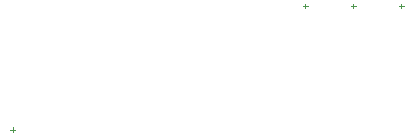
<source format=gm1>
G04 Layer_Color=16711935*
%FSLAX25Y25*%
%MOIN*%
G70*
G01*
G75*
%ADD30C,0.00394*%
D30*
X376713Y175358D02*
X378287D01*
X377500Y174571D02*
Y176146D01*
X474213Y216595D02*
X475787D01*
X475000Y215807D02*
Y217382D01*
X490213Y216595D02*
X491787D01*
X491000Y215807D02*
Y217382D01*
X506213Y216595D02*
X507787D01*
X507000Y215807D02*
Y217382D01*
M02*

</source>
